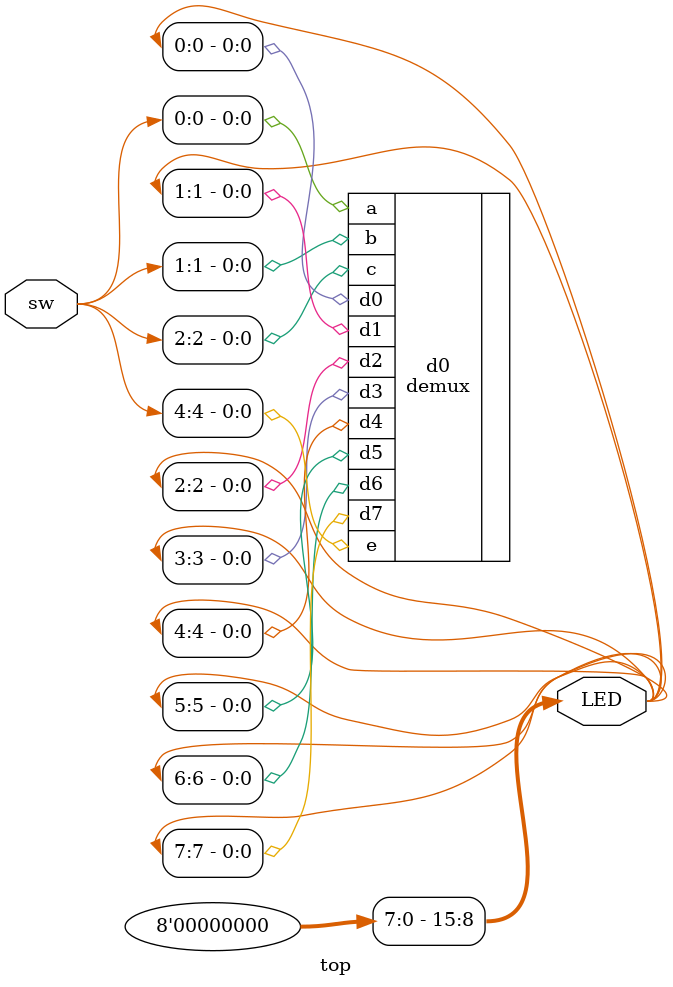
<source format=sv>
`timescale 1ns / 1ps


module top(
    input [15:0] sw,
    output [15:0] LED
);

demux d0 (
    .a(sw[0]),
    .b(sw[1]),
    .c(sw[2]),
    .e(sw[4]),
    .d0(LED[0]),
    .d1(LED[1]),
    .d2(LED[2]),
    .d3(LED[3]),
    .d4(LED[4]),
    .d5(LED[5]),
    .d6(LED[6]),
    .d7(LED[7])
);
    assign LED[15:8] = 'h0;
endmodule

</source>
